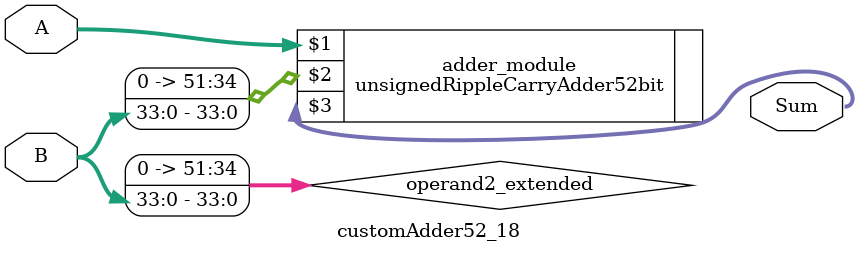
<source format=v>
module customAdder52_18(
                        input [51 : 0] A,
                        input [33 : 0] B,
                        
                        output [52 : 0] Sum
                );

        wire [51 : 0] operand2_extended;
        
        assign operand2_extended =  {18'b0, B};
        
        unsignedRippleCarryAdder52bit adder_module(
            A,
            operand2_extended,
            Sum
        );
        
        endmodule
        
</source>
